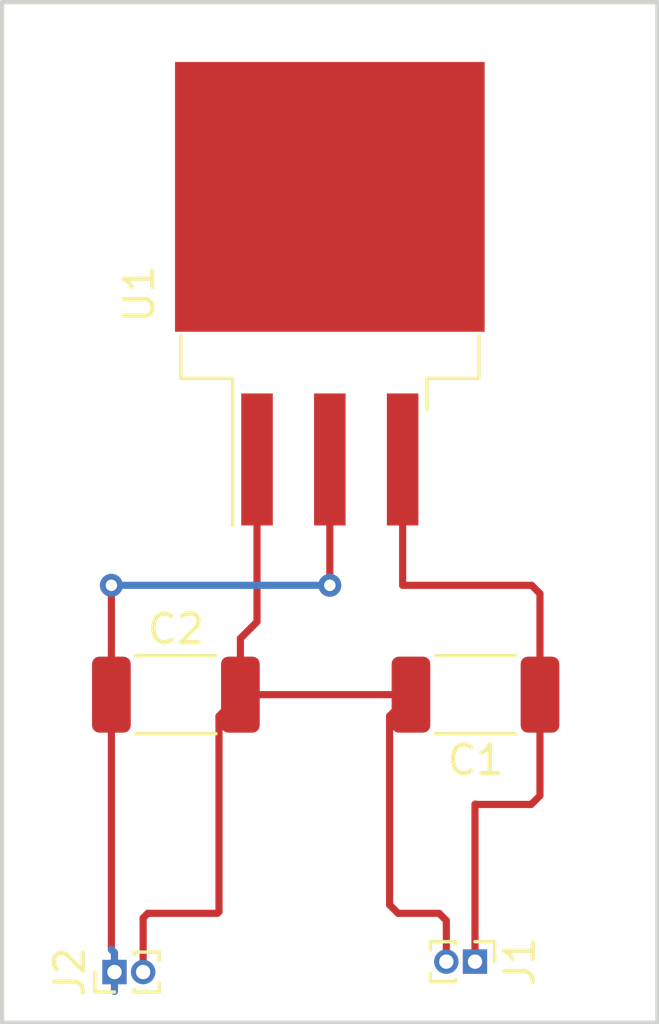
<source format=kicad_pcb>
(kicad_pcb (version 20171130) (host pcbnew "(5.0.1)-3")

  (general
    (thickness 1.6)
    (drawings 4)
    (tracks 42)
    (zones 0)
    (modules 5)
    (nets 4)
  )

  (page A4)
  (layers
    (0 F.Cu signal)
    (31 B.Cu signal)
    (32 B.Adhes user)
    (33 F.Adhes user)
    (34 B.Paste user)
    (35 F.Paste user)
    (36 B.SilkS user)
    (37 F.SilkS user)
    (38 B.Mask user)
    (39 F.Mask user)
    (40 Dwgs.User user)
    (41 Cmts.User user)
    (42 Eco1.User user)
    (43 Eco2.User user)
    (44 Edge.Cuts user)
    (45 Margin user)
    (46 B.CrtYd user)
    (47 F.CrtYd user)
    (48 B.Fab user)
    (49 F.Fab user)
  )

  (setup
    (last_trace_width 0.25)
    (trace_clearance 0.2)
    (zone_clearance 0.508)
    (zone_45_only no)
    (trace_min 0.2)
    (segment_width 0.2)
    (edge_width 0.15)
    (via_size 0.8)
    (via_drill 0.4)
    (via_min_size 0.4)
    (via_min_drill 0.3)
    (uvia_size 0.3)
    (uvia_drill 0.1)
    (uvias_allowed no)
    (uvia_min_size 0.2)
    (uvia_min_drill 0.1)
    (pcb_text_width 0.3)
    (pcb_text_size 1.5 1.5)
    (mod_edge_width 0.15)
    (mod_text_size 1 1)
    (mod_text_width 0.15)
    (pad_size 1.524 1.524)
    (pad_drill 0.762)
    (pad_to_mask_clearance 0.051)
    (solder_mask_min_width 0.25)
    (aux_axis_origin 0 0)
    (visible_elements 7FFFFFFF)
    (pcbplotparams
      (layerselection 0x010fc_ffffffff)
      (usegerberextensions false)
      (usegerberattributes false)
      (usegerberadvancedattributes false)
      (creategerberjobfile false)
      (excludeedgelayer true)
      (linewidth 0.100000)
      (plotframeref false)
      (viasonmask false)
      (mode 1)
      (useauxorigin false)
      (hpglpennumber 1)
      (hpglpenspeed 20)
      (hpglpendiameter 15.000000)
      (psnegative false)
      (psa4output false)
      (plotreference true)
      (plotvalue true)
      (plotinvisibletext false)
      (padsonsilk false)
      (subtractmaskfromsilk false)
      (outputformat 1)
      (mirror false)
      (drillshape 1)
      (scaleselection 1)
      (outputdirectory ""))
  )

  (net 0 "")
  (net 1 "Net-(C1-Pad1)")
  (net 2 "Net-(C1-Pad2)")
  (net 3 "Net-(C2-Pad1)")

  (net_class Default "This is the default net class."
    (clearance 0.2)
    (trace_width 0.25)
    (via_dia 0.8)
    (via_drill 0.4)
    (uvia_dia 0.3)
    (uvia_drill 0.1)
    (add_net "Net-(C1-Pad1)")
    (add_net "Net-(C1-Pad2)")
    (add_net "Net-(C2-Pad1)")
  )

  (module Capacitor_SMD:C_2010_5025Metric (layer F.Cu) (tedit 5B301BBE) (tstamp 5BE9066E)
    (at 199.1 80.01)
    (descr "Capacitor SMD 2010 (5025 Metric), square (rectangular) end terminal, IPC_7351 nominal, (Body size source: http://www.tortai-tech.com/upload/download/2011102023233369053.pdf), generated with kicad-footprint-generator")
    (tags capacitor)
    (path /5BD8B60D)
    (attr smd)
    (fp_text reference C2 (at 0 -2.28) (layer F.SilkS)
      (effects (font (size 1 1) (thickness 0.15)))
    )
    (fp_text value 0.2uF (at 6.35 0) (layer F.Fab)
      (effects (font (size 1 1) (thickness 0.15)))
    )
    (fp_text user %R (at 0 0) (layer F.Fab)
      (effects (font (size 1 1) (thickness 0.15)))
    )
    (fp_line (start 3.18 1.58) (end -3.18 1.58) (layer F.CrtYd) (width 0.05))
    (fp_line (start 3.18 -1.58) (end 3.18 1.58) (layer F.CrtYd) (width 0.05))
    (fp_line (start -3.18 -1.58) (end 3.18 -1.58) (layer F.CrtYd) (width 0.05))
    (fp_line (start -3.18 1.58) (end -3.18 -1.58) (layer F.CrtYd) (width 0.05))
    (fp_line (start -1.402064 1.36) (end 1.402064 1.36) (layer F.SilkS) (width 0.12))
    (fp_line (start -1.402064 -1.36) (end 1.402064 -1.36) (layer F.SilkS) (width 0.12))
    (fp_line (start 2.5 1.25) (end -2.5 1.25) (layer F.Fab) (width 0.1))
    (fp_line (start 2.5 -1.25) (end 2.5 1.25) (layer F.Fab) (width 0.1))
    (fp_line (start -2.5 -1.25) (end 2.5 -1.25) (layer F.Fab) (width 0.1))
    (fp_line (start -2.5 1.25) (end -2.5 -1.25) (layer F.Fab) (width 0.1))
    (pad 2 smd roundrect (at 2.25 0) (size 1.35 2.65) (layers F.Cu F.Paste F.Mask) (roundrect_rratio 0.185185)
      (net 2 "Net-(C1-Pad2)"))
    (pad 1 smd roundrect (at -2.25 0) (size 1.35 2.65) (layers F.Cu F.Paste F.Mask) (roundrect_rratio 0.185185)
      (net 3 "Net-(C2-Pad1)"))
    (model ${KISYS3DMOD}/Capacitor_SMD.3dshapes/C_2010_5025Metric.wrl
      (at (xyz 0 0 0))
      (scale (xyz 1 1 1))
      (rotate (xyz 0 0 0))
    )
  )

  (module Connector_PinHeader_1.00mm:PinHeader_1x02_P1.00mm_Vertical (layer F.Cu) (tedit 5BE4651B) (tstamp 5BE9069E)
    (at 196.957759 89.675494 90)
    (descr "Through hole straight pin header, 1x02, 1.00mm pitch, single row")
    (tags "Through hole pin header THT 1x02 1.00mm single row")
    (path /5BD8BB54)
    (fp_text reference J2 (at 0 -1.56 90) (layer F.SilkS)
      (effects (font (size 1 1) (thickness 0.15)))
    )
    (fp_text value 0 (at -3.034506 1.162241 180) (layer F.Fab) hide
      (effects (font (size 1 1) (thickness 0.15)))
    )
    (fp_text user %R (at 0 0.5 180) (layer F.Fab)
      (effects (font (size 0.76 0.76) (thickness 0.114)))
    )
    (fp_line (start 1.15 -1) (end -1.15 -1) (layer F.CrtYd) (width 0.05))
    (fp_line (start 1.15 2) (end 1.15 -1) (layer F.CrtYd) (width 0.05))
    (fp_line (start -1.15 2) (end 1.15 2) (layer F.CrtYd) (width 0.05))
    (fp_line (start -1.15 -1) (end -1.15 2) (layer F.CrtYd) (width 0.05))
    (fp_line (start -0.695 -0.685) (end 0 -0.685) (layer F.SilkS) (width 0.12))
    (fp_line (start -0.695 0) (end -0.695 -0.685) (layer F.SilkS) (width 0.12))
    (fp_line (start 0.608276 0.685) (end 0.695 0.685) (layer F.SilkS) (width 0.12))
    (fp_line (start -0.695 0.685) (end -0.608276 0.685) (layer F.SilkS) (width 0.12))
    (fp_line (start 0.695 0.685) (end 0.695 1.56) (layer F.SilkS) (width 0.12))
    (fp_line (start -0.695 0.685) (end -0.695 1.56) (layer F.SilkS) (width 0.12))
    (fp_line (start 0.394493 1.56) (end 0.695 1.56) (layer F.SilkS) (width 0.12))
    (fp_line (start -0.695 1.56) (end -0.394493 1.56) (layer F.SilkS) (width 0.12))
    (fp_line (start -0.635 -0.1825) (end -0.3175 -0.5) (layer F.Fab) (width 0.1))
    (fp_line (start -0.635 1.5) (end -0.635 -0.1825) (layer F.Fab) (width 0.1))
    (fp_line (start 0.635 1.5) (end -0.635 1.5) (layer F.Fab) (width 0.1))
    (fp_line (start 0.635 -0.5) (end 0.635 1.5) (layer F.Fab) (width 0.1))
    (fp_line (start -0.3175 -0.5) (end 0.635 -0.5) (layer F.Fab) (width 0.1))
    (pad 2 thru_hole oval (at 0 1 90) (size 0.85 0.85) (drill 0.5) (layers *.Cu *.Mask)
      (net 2 "Net-(C1-Pad2)"))
    (pad 1 thru_hole rect (at 0 0 90) (size 0.85 0.85) (drill 0.5) (layers *.Cu *.Mask)
      (net 3 "Net-(C2-Pad1)"))
    (model ${KISYS3DMOD}/Connector_PinHeader_1.00mm.3dshapes/PinHeader_1x02_P1.00mm_Vertical.wrl
      (at (xyz 0 0 0))
      (scale (xyz 1 1 1))
      (rotate (xyz 0 0 0))
    )
  )

  (module Connector_PinHeader_1.00mm:PinHeader_1x02_P1.00mm_Vertical (layer F.Cu) (tedit 5BE46512) (tstamp 5BE90686)
    (at 209.533639 89.313557 270)
    (descr "Through hole straight pin header, 1x02, 1.00mm pitch, single row")
    (tags "Through hole pin header THT 1x02 1.00mm single row")
    (path /5BD8B7F3)
    (fp_text reference J1 (at 0 -1.56 270) (layer F.SilkS)
      (effects (font (size 1 1) (thickness 0.15)))
    )
    (fp_text value 0 (at 3.396443 1.253639) (layer F.Fab) hide
      (effects (font (size 1 1) (thickness 0.15)))
    )
    (fp_line (start -0.3175 -0.5) (end 0.635 -0.5) (layer F.Fab) (width 0.1))
    (fp_line (start 0.635 -0.5) (end 0.635 1.5) (layer F.Fab) (width 0.1))
    (fp_line (start 0.635 1.5) (end -0.635 1.5) (layer F.Fab) (width 0.1))
    (fp_line (start -0.635 1.5) (end -0.635 -0.1825) (layer F.Fab) (width 0.1))
    (fp_line (start -0.635 -0.1825) (end -0.3175 -0.5) (layer F.Fab) (width 0.1))
    (fp_line (start -0.695 1.56) (end -0.394493 1.56) (layer F.SilkS) (width 0.12))
    (fp_line (start 0.394493 1.56) (end 0.695 1.56) (layer F.SilkS) (width 0.12))
    (fp_line (start -0.695 0.685) (end -0.695 1.56) (layer F.SilkS) (width 0.12))
    (fp_line (start 0.695 0.685) (end 0.695 1.56) (layer F.SilkS) (width 0.12))
    (fp_line (start -0.695 0.685) (end -0.608276 0.685) (layer F.SilkS) (width 0.12))
    (fp_line (start 0.608276 0.685) (end 0.695 0.685) (layer F.SilkS) (width 0.12))
    (fp_line (start -0.695 0) (end -0.695 -0.685) (layer F.SilkS) (width 0.12))
    (fp_line (start -0.695 -0.685) (end 0 -0.685) (layer F.SilkS) (width 0.12))
    (fp_line (start -1.15 -1) (end -1.15 2) (layer F.CrtYd) (width 0.05))
    (fp_line (start -1.15 2) (end 1.15 2) (layer F.CrtYd) (width 0.05))
    (fp_line (start 1.15 2) (end 1.15 -1) (layer F.CrtYd) (width 0.05))
    (fp_line (start 1.15 -1) (end -1.15 -1) (layer F.CrtYd) (width 0.05))
    (fp_text user %R (at 0 0.5) (layer F.Fab)
      (effects (font (size 0.76 0.76) (thickness 0.114)))
    )
    (pad 1 thru_hole rect (at 0 0 270) (size 0.85 0.85) (drill 0.5) (layers *.Cu *.Mask)
      (net 1 "Net-(C1-Pad1)"))
    (pad 2 thru_hole oval (at 0 1 270) (size 0.85 0.85) (drill 0.5) (layers *.Cu *.Mask)
      (net 2 "Net-(C1-Pad2)"))
    (model ${KISYS3DMOD}/Connector_PinHeader_1.00mm.3dshapes/PinHeader_1x02_P1.00mm_Vertical.wrl
      (at (xyz 0 0 0))
      (scale (xyz 1 1 1))
      (rotate (xyz 0 0 0))
    )
  )

  (module Capacitor_SMD:C_2010_5025Metric (layer F.Cu) (tedit 5BDDCB62) (tstamp 5BE9065D)
    (at 209.55 80.01 180)
    (descr "Capacitor SMD 2010 (5025 Metric), square (rectangular) end terminal, IPC_7351 nominal, (Body size source: http://www.tortai-tech.com/upload/download/2011102023233369053.pdf), generated with kicad-footprint-generator")
    (tags capacitor)
    (path /5BD8B2A9)
    (attr smd)
    (fp_text reference C1 (at 0 -2.28 180) (layer F.SilkS)
      (effects (font (size 1 1) (thickness 0.15)))
    )
    (fp_text value 0,2uF (at 6.35 0 180) (layer F.Fab)
      (effects (font (size 1 1) (thickness 0.15)))
    )
    (fp_line (start -2.5 1.25) (end -2.5 -1.25) (layer F.Fab) (width 0.1))
    (fp_line (start -2.5 -1.25) (end 2.5 -1.25) (layer F.Fab) (width 0.1))
    (fp_line (start 2.5 -1.25) (end 2.5 1.25) (layer F.Fab) (width 0.1))
    (fp_line (start 2.5 1.25) (end -2.5 1.25) (layer F.Fab) (width 0.1))
    (fp_line (start -1.402064 -1.36) (end 1.402064 -1.36) (layer F.SilkS) (width 0.12))
    (fp_line (start -1.402064 1.36) (end 1.402064 1.36) (layer F.SilkS) (width 0.12))
    (fp_line (start -3.18 1.58) (end -3.18 -1.58) (layer F.CrtYd) (width 0.05))
    (fp_line (start -3.18 -1.58) (end 3.18 -1.58) (layer F.CrtYd) (width 0.05))
    (fp_line (start 3.18 -1.58) (end 3.18 1.58) (layer F.CrtYd) (width 0.05))
    (fp_line (start 3.18 1.58) (end -3.18 1.58) (layer F.CrtYd) (width 0.05))
    (fp_text user %R (at 0 0 180) (layer F.Fab)
      (effects (font (size 1 1) (thickness 0.15)))
    )
    (pad 1 smd roundrect (at -2.25 0 180) (size 1.35 2.65) (layers F.Cu F.Paste F.Mask) (roundrect_rratio 0.185185)
      (net 1 "Net-(C1-Pad1)"))
    (pad 2 smd roundrect (at 2.25 0 180) (size 1.35 2.65) (layers F.Cu F.Paste F.Mask) (roundrect_rratio 0.185185)
      (net 2 "Net-(C1-Pad2)"))
    (model ${KISYS3DMOD}/Capacitor_SMD.3dshapes/C_2010_5025Metric.wrl
      (at (xyz 0 0 0))
      (scale (xyz 1 1 1))
      (rotate (xyz 0 0 0))
    )
  )

  (module Package_TO_SOT_SMD:TO-263-3_TabPin4 (layer F.Cu) (tedit 5A70FB9B) (tstamp 5BE906C6)
    (at 204.47 66.04 90)
    (descr "TO-263 / D2PAK / DDPAK SMD package, http://www.infineon.com/cms/en/product/packages/PG-TO263/PG-TO263-3-1/")
    (tags "D2PAK DDPAK TO-263 D2PAK-3 TO-263-3 SOT-404")
    (path /5BD8B215)
    (attr smd)
    (fp_text reference U1 (at 0 -6.65 90) (layer F.SilkS)
      (effects (font (size 1 1) (thickness 0.15)))
    )
    (fp_text value LM317_3PinPackage (at 0 6.65 90) (layer F.Fab)
      (effects (font (size 1 1) (thickness 0.15)))
    )
    (fp_line (start 6.5 -5) (end 7.5 -5) (layer F.Fab) (width 0.1))
    (fp_line (start 7.5 -5) (end 7.5 5) (layer F.Fab) (width 0.1))
    (fp_line (start 7.5 5) (end 6.5 5) (layer F.Fab) (width 0.1))
    (fp_line (start 6.5 -5) (end 6.5 5) (layer F.Fab) (width 0.1))
    (fp_line (start 6.5 5) (end -2.75 5) (layer F.Fab) (width 0.1))
    (fp_line (start -2.75 5) (end -2.75 -4) (layer F.Fab) (width 0.1))
    (fp_line (start -2.75 -4) (end -1.75 -5) (layer F.Fab) (width 0.1))
    (fp_line (start -1.75 -5) (end 6.5 -5) (layer F.Fab) (width 0.1))
    (fp_line (start -2.75 -3.04) (end -7.45 -3.04) (layer F.Fab) (width 0.1))
    (fp_line (start -7.45 -3.04) (end -7.45 -2.04) (layer F.Fab) (width 0.1))
    (fp_line (start -7.45 -2.04) (end -2.75 -2.04) (layer F.Fab) (width 0.1))
    (fp_line (start -2.75 -0.5) (end -7.45 -0.5) (layer F.Fab) (width 0.1))
    (fp_line (start -7.45 -0.5) (end -7.45 0.5) (layer F.Fab) (width 0.1))
    (fp_line (start -7.45 0.5) (end -2.75 0.5) (layer F.Fab) (width 0.1))
    (fp_line (start -2.75 2.04) (end -7.45 2.04) (layer F.Fab) (width 0.1))
    (fp_line (start -7.45 2.04) (end -7.45 3.04) (layer F.Fab) (width 0.1))
    (fp_line (start -7.45 3.04) (end -2.75 3.04) (layer F.Fab) (width 0.1))
    (fp_line (start -1.45 -5.2) (end -2.95 -5.2) (layer F.SilkS) (width 0.12))
    (fp_line (start -2.95 -5.2) (end -2.95 -3.39) (layer F.SilkS) (width 0.12))
    (fp_line (start -2.95 -3.39) (end -8.075 -3.39) (layer F.SilkS) (width 0.12))
    (fp_line (start -1.45 5.2) (end -2.95 5.2) (layer F.SilkS) (width 0.12))
    (fp_line (start -2.95 5.2) (end -2.95 3.39) (layer F.SilkS) (width 0.12))
    (fp_line (start -2.95 3.39) (end -4.05 3.39) (layer F.SilkS) (width 0.12))
    (fp_line (start -8.32 -5.65) (end -8.32 5.65) (layer F.CrtYd) (width 0.05))
    (fp_line (start -8.32 5.65) (end 8.32 5.65) (layer F.CrtYd) (width 0.05))
    (fp_line (start 8.32 5.65) (end 8.32 -5.65) (layer F.CrtYd) (width 0.05))
    (fp_line (start 8.32 -5.65) (end -8.32 -5.65) (layer F.CrtYd) (width 0.05))
    (fp_text user %R (at 0 0 90) (layer F.Fab)
      (effects (font (size 1 1) (thickness 0.15)))
    )
    (pad 1 smd rect (at -5.775 -2.54 90) (size 4.6 1.1) (layers F.Cu F.Paste F.Mask)
      (net 2 "Net-(C1-Pad2)"))
    (pad 2 smd rect (at -5.775 0 90) (size 4.6 1.1) (layers F.Cu F.Paste F.Mask)
      (net 3 "Net-(C2-Pad1)"))
    (pad 3 smd rect (at -5.775 2.54 90) (size 4.6 1.1) (layers F.Cu F.Paste F.Mask)
      (net 1 "Net-(C1-Pad1)"))
    (pad 4 smd rect (at 3.375 0 90) (size 9.4 10.8) (layers F.Cu F.Mask))
    (pad "" smd rect (at 5.8 2.775 90) (size 4.55 5.25) (layers F.Paste))
    (pad "" smd rect (at 0.95 -2.775 90) (size 4.55 5.25) (layers F.Paste))
    (pad "" smd rect (at 5.8 -2.775 90) (size 4.55 5.25) (layers F.Paste))
    (pad "" smd rect (at 0.95 2.775 90) (size 4.55 5.25) (layers F.Paste))
    (model ${KISYS3DMOD}/Package_TO_SOT_SMD.3dshapes/TO-263-3_TabPin4.wrl
      (at (xyz 0 0 0))
      (scale (xyz 1 1 1))
      (rotate (xyz 0 0 0))
    )
  )

  (gr_line (start 193.04 55.88) (end 215.9 55.88) (layer Edge.Cuts) (width 0.15))
  (gr_line (start 193.04 91.44) (end 193.04 55.88) (layer Edge.Cuts) (width 0.15))
  (gr_line (start 215.9 91.44) (end 193.04 91.44) (layer Edge.Cuts) (width 0.15))
  (gr_line (start 215.9 55.88) (end 215.9 91.44) (layer Edge.Cuts) (width 0.15))

  (segment (start 207.3 72.105) (end 207.01 71.815) (width 0.25) (layer F.Cu) (net 1))
  (segment (start 209.513639 89.333557) (end 209.533639 89.313557) (width 0.25) (layer F.Cu) (net 1))
  (segment (start 207.01 71.815) (end 207.01 76.2) (width 0.25) (layer F.Cu) (net 1))
  (segment (start 207.01 76.2) (end 207.01 76.2) (width 0.25) (layer F.Cu) (net 1) (tstamp 5BE915C0))
  (segment (start 211.8 76.49) (end 211.8 80.01) (width 0.25) (layer F.Cu) (net 1))
  (segment (start 211.51 76.2) (end 211.8 76.49) (width 0.25) (layer F.Cu) (net 1))
  (segment (start 207.01 76.2) (end 211.51 76.2) (width 0.25) (layer F.Cu) (net 1))
  (segment (start 209.533639 89.313557) (end 209.533639 83.836361) (width 0.25) (layer F.Cu) (net 1))
  (segment (start 209.533639 83.836361) (end 209.55 83.82) (width 0.25) (layer F.Cu) (net 1))
  (segment (start 211.8 83.53) (end 211.8 80.01) (width 0.25) (layer F.Cu) (net 1))
  (segment (start 211.493639 83.836361) (end 211.8 83.53) (width 0.25) (layer F.Cu) (net 1))
  (segment (start 209.533639 83.836361) (end 211.493639 83.836361) (width 0.25) (layer F.Cu) (net 1))
  (segment (start 201.35 80.01) (end 207.3 80.01) (width 0.25) (layer F.Cu) (net 2))
  (segment (start 200.60429 80.75571) (end 200.60429 87.57429) (width 0.25) (layer F.Cu) (net 2))
  (segment (start 201.35 80.01) (end 200.60429 80.75571) (width 0.25) (layer F.Cu) (net 2))
  (segment (start 200.60429 87.57429) (end 200.54858 87.63) (width 0.25) (layer F.Cu) (net 2))
  (segment (start 200.54858 87.63) (end 198.12 87.63) (width 0.25) (layer F.Cu) (net 2))
  (segment (start 197.957759 87.792241) (end 197.957759 89.675494) (width 0.25) (layer F.Cu) (net 2))
  (segment (start 198.12 87.63) (end 197.957759 87.792241) (width 0.25) (layer F.Cu) (net 2))
  (segment (start 208.533639 87.883639) (end 208.533639 89.313557) (width 0.25) (layer F.Cu) (net 2))
  (segment (start 208.28 87.63) (end 208.533639 87.883639) (width 0.25) (layer F.Cu) (net 2))
  (segment (start 206.850082 87.63) (end 208.28 87.63) (width 0.25) (layer F.Cu) (net 2))
  (segment (start 206.55429 87.334208) (end 206.850082 87.63) (width 0.25) (layer F.Cu) (net 2))
  (segment (start 207.3 80.01) (end 206.55429 80.75571) (width 0.25) (layer F.Cu) (net 2))
  (segment (start 206.55429 80.75571) (end 206.55429 87.334208) (width 0.25) (layer F.Cu) (net 2))
  (segment (start 201.35 78.05) (end 201.35 80.01) (width 0.25) (layer F.Cu) (net 2))
  (segment (start 201.93 71.815) (end 201.93 77.47) (width 0.25) (layer F.Cu) (net 2))
  (segment (start 201.93 77.47) (end 201.35 78.05) (width 0.25) (layer F.Cu) (net 2))
  (segment (start 196.957759 89.675494) (end 196.957759 90.350494) (width 0.25) (layer B.Cu) (net 3))
  (segment (start 204.47 76.2) (end 204.47 76.2) (width 0.25) (layer B.Cu) (net 3) (tstamp 5BE915B6))
  (via (at 204.47 76.2) (size 0.8) (drill 0.4) (layers F.Cu B.Cu) (net 3))
  (segment (start 204.47 76.2) (end 204.47 71.815) (width 0.25) (layer F.Cu) (net 3))
  (segment (start 196.85 76.2) (end 196.85 76.2) (width 0.25) (layer B.Cu) (net 3))
  (segment (start 196.957759 89.675494) (end 196.957759 89.000494) (width 0.25) (layer B.Cu) (net 3))
  (segment (start 196.957759 89.000494) (end 196.85 88.892735) (width 0.25) (layer B.Cu) (net 3))
  (segment (start 196.85 76.2) (end 204.47 76.2) (width 0.25) (layer B.Cu) (net 3) (tstamp 5BE91634))
  (via (at 196.85 76.2) (size 0.8) (drill 0.4) (layers F.Cu B.Cu) (net 3))
  (segment (start 196.85 76.2) (end 196.85 80.01) (width 0.25) (layer F.Cu) (net 3))
  (segment (start 196.85 80.01) (end 196.85 84.364999) (width 0.25) (layer F.Cu) (net 3))
  (segment (start 196.957759 89.000494) (end 196.85 88.892735) (width 0.25) (layer F.Cu) (net 3))
  (segment (start 196.957759 89.675494) (end 196.957759 89.000494) (width 0.25) (layer F.Cu) (net 3))
  (segment (start 196.85 88.892735) (end 196.85 84.364999) (width 0.25) (layer F.Cu) (net 3))

)

</source>
